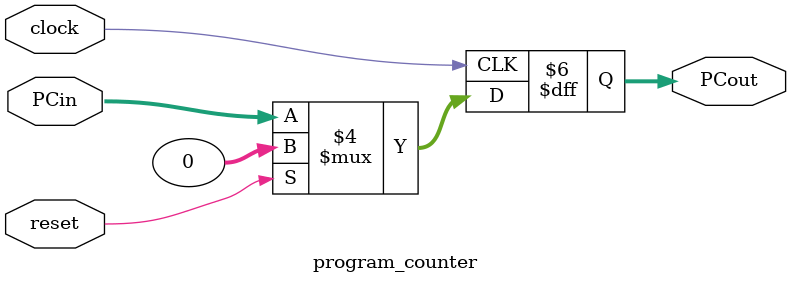
<source format=v>
`timescale 1ns / 1ps



module program_counter(PCin, PCout, clock, reset);
    input[31:0] PCin;
    input clock, reset;
    output reg [31:0] PCout;
    
    initial
    begin
        PCout = 32'b0;
    end
    
    always@ (negedge clock)begin
        if (reset)begin
            PCout <= 32'b0;
        end else begin
            PCout <= PCin;
        end
    end
    
endmodule
</source>
